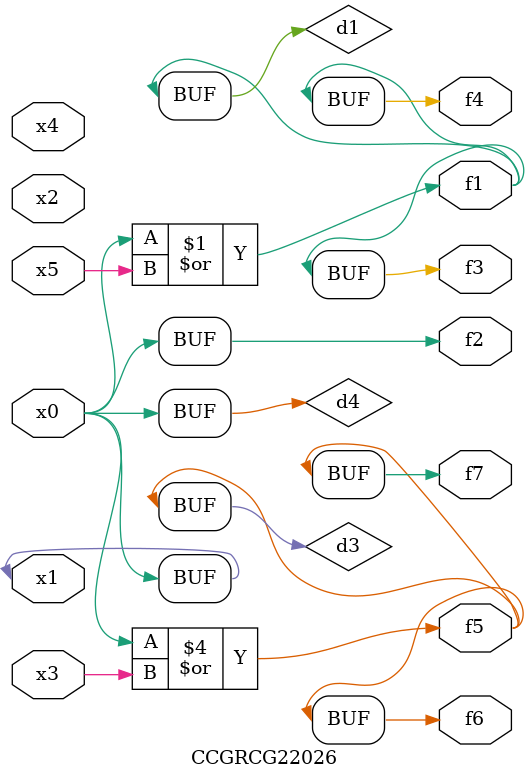
<source format=v>
module CCGRCG22026(
	input x0, x1, x2, x3, x4, x5,
	output f1, f2, f3, f4, f5, f6, f7
);

	wire d1, d2, d3, d4;

	or (d1, x0, x5);
	xnor (d2, x1, x4);
	or (d3, x0, x3);
	buf (d4, x0, x1);
	assign f1 = d1;
	assign f2 = d4;
	assign f3 = d1;
	assign f4 = d1;
	assign f5 = d3;
	assign f6 = d3;
	assign f7 = d3;
endmodule

</source>
